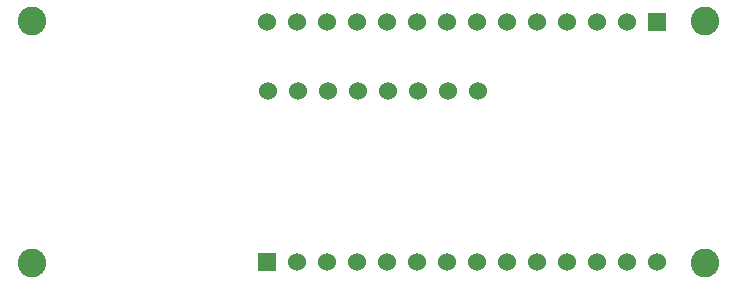
<source format=gbl>
G04*
G04 #@! TF.GenerationSoftware,Altium Limited,Altium Designer,21.2.0 (30)*
G04*
G04 Layer_Physical_Order=2*
G04 Layer_Color=16711680*
%FSLAX25Y25*%
%MOIN*%
G70*
G04*
G04 #@! TF.SameCoordinates,7A118134-AABF-4D3B-888A-8C7CAF6D2988*
G04*
G04*
G04 #@! TF.FilePolarity,Positive*
G04*
G01*
G75*
%ADD17R,0.06024X0.06024*%
%ADD18C,0.09528*%
%ADD19C,0.06024*%
D17*
X88283Y9818D02*
D03*
X218283Y89818D02*
D03*
D18*
X9996Y9464D02*
D03*
Y90172D02*
D03*
X234405D02*
D03*
Y9464D02*
D03*
D19*
X98283Y9818D02*
D03*
X108283D02*
D03*
X118283D02*
D03*
X128283D02*
D03*
X138283D02*
D03*
X148283D02*
D03*
X158283D02*
D03*
X168283D02*
D03*
X178283D02*
D03*
X188283D02*
D03*
X198283D02*
D03*
X208283D02*
D03*
X218283D02*
D03*
X208283Y89818D02*
D03*
X198283D02*
D03*
X188283D02*
D03*
X178283D02*
D03*
X168283D02*
D03*
X158283D02*
D03*
X148283D02*
D03*
X138283D02*
D03*
X128283D02*
D03*
X118283D02*
D03*
X108283D02*
D03*
X98283D02*
D03*
X88283D02*
D03*
X148701Y66818D02*
D03*
X158701D02*
D03*
X138701D02*
D03*
X128701D02*
D03*
X118701D02*
D03*
X108701D02*
D03*
X98701D02*
D03*
X88701D02*
D03*
M02*

</source>
